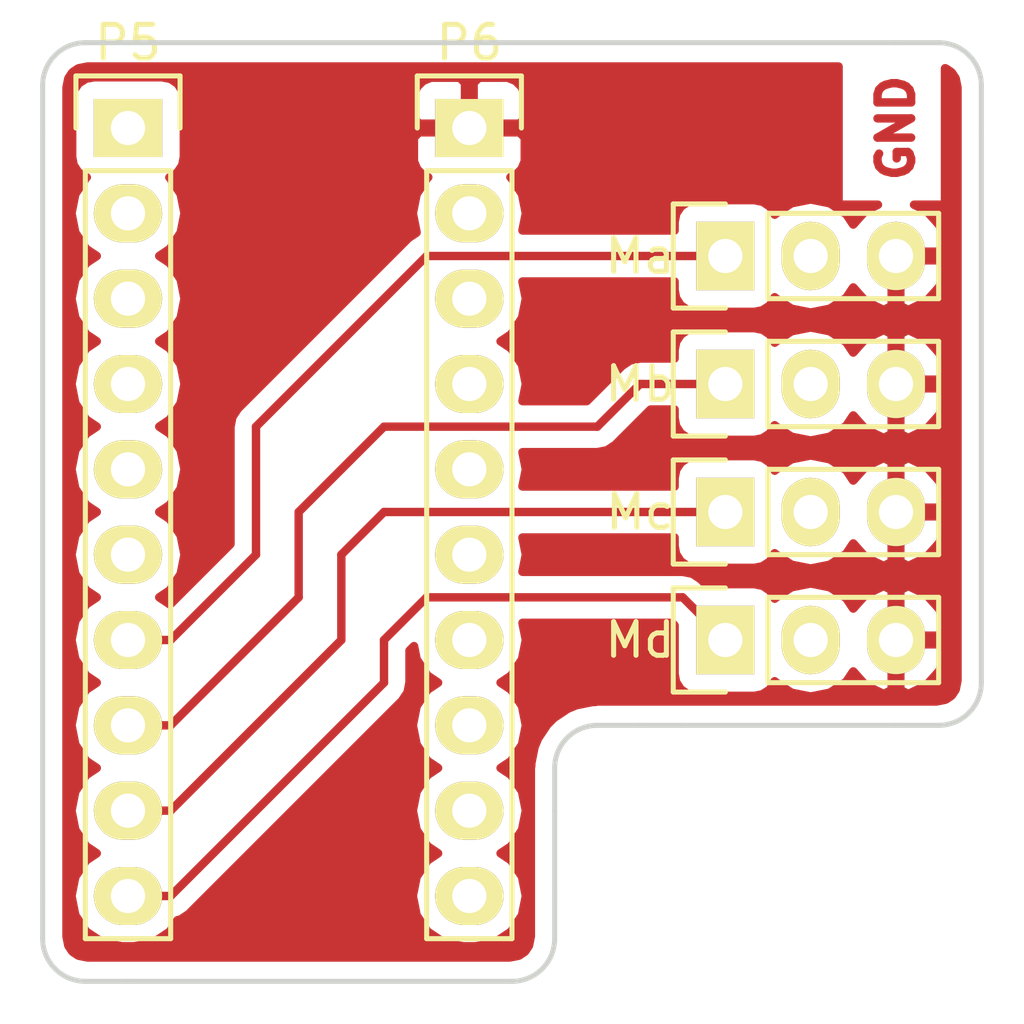
<source format=kicad_pcb>
(kicad_pcb (version 4) (host pcbnew 4.0.2-4+6225~38~ubuntu15.10.1-stable)

  (general
    (links 8)
    (no_connects 0)
    (area 119.38 83.791666 179.098334 118.110001)
    (thickness 1.6)
    (drawings 31)
    (tracks 23)
    (zones 0)
    (modules 6)
    (nets 25)
  )

  (page A4)
  (layers
    (0 F.Cu signal)
    (31 B.Cu signal hide)
    (32 B.Adhes user hide)
    (33 F.Adhes user hide)
    (34 B.Paste user hide)
    (35 F.Paste user hide)
    (36 B.SilkS user hide)
    (37 F.SilkS user hide)
    (38 B.Mask user)
    (39 F.Mask user)
    (40 Dwgs.User user hide)
    (41 Cmts.User user hide)
    (42 Eco1.User user hide)
    (43 Eco2.User user hide)
    (44 Edge.Cuts user)
    (45 Margin user hide)
    (46 B.CrtYd user hide)
    (47 F.CrtYd user hide)
    (48 B.Fab user hide)
    (49 F.Fab user hide)
  )

  (setup
    (last_trace_width 0.25)
    (trace_clearance 0.2)
    (zone_clearance 0.508)
    (zone_45_only no)
    (trace_min 0.2)
    (segment_width 0.2)
    (edge_width 0.15)
    (via_size 0.6)
    (via_drill 0.4)
    (via_min_size 0.4)
    (via_min_drill 0.3)
    (uvia_size 0.3)
    (uvia_drill 0.1)
    (uvias_allowed no)
    (uvia_min_size 0.2)
    (uvia_min_drill 0.1)
    (pcb_text_width 0.3)
    (pcb_text_size 1.5 1.5)
    (mod_edge_width 0.15)
    (mod_text_size 1 1)
    (mod_text_width 0.15)
    (pad_size 1.524 1.524)
    (pad_drill 0.762)
    (pad_to_mask_clearance -0.2)
    (aux_axis_origin 0 0)
    (visible_elements FFFFFF7F)
    (pcbplotparams
      (layerselection 0x01080_00000001)
      (usegerberextensions false)
      (excludeedgelayer true)
      (linewidth 0.100000)
      (plotframeref false)
      (viasonmask false)
      (mode 1)
      (useauxorigin false)
      (hpglpennumber 1)
      (hpglpenspeed 20)
      (hpglpendiameter 15)
      (hpglpenoverlay 2)
      (psnegative false)
      (psa4output false)
      (plotreference true)
      (plotvalue true)
      (plotinvisibletext false)
      (padsonsilk false)
      (subtractmaskfromsilk false)
      (outputformat 1)
      (mirror false)
      (drillshape 0)
      (scaleselection 1)
      (outputdirectory Gerbers/))
  )

  (net 0 "")
  (net 1 "Net-(P1-Pad1)")
  (net 2 "Net-(P1-Pad2)")
  (net 3 "Net-(P2-Pad2)")
  (net 4 "Net-(P3-Pad2)")
  (net 5 "Net-(P4-Pad2)")
  (net 6 "Net-(P5-Pad1)")
  (net 7 "Net-(P5-Pad2)")
  (net 8 "Net-(P5-Pad3)")
  (net 9 "Net-(P5-Pad4)")
  (net 10 "Net-(P5-Pad5)")
  (net 11 "Net-(P5-Pad6)")
  (net 12 "Net-(P6-Pad2)")
  (net 13 "Net-(P6-Pad3)")
  (net 14 "Net-(P6-Pad4)")
  (net 15 "Net-(P6-Pad5)")
  (net 16 "Net-(P6-Pad6)")
  (net 17 "Net-(P6-Pad7)")
  (net 18 "Net-(P6-Pad8)")
  (net 19 "Net-(P6-Pad9)")
  (net 20 "Net-(P6-Pad10)")
  (net 21 GND)
  (net 22 "Net-(P2-Pad1)")
  (net 23 "Net-(P3-Pad1)")
  (net 24 "Net-(P4-Pad1)")

  (net_class Default "This is the default net class."
    (clearance 0.2)
    (trace_width 0.25)
    (via_dia 0.6)
    (via_drill 0.4)
    (uvia_dia 0.3)
    (uvia_drill 0.1)
    (add_net GND)
    (add_net "Net-(P1-Pad1)")
    (add_net "Net-(P1-Pad2)")
    (add_net "Net-(P2-Pad1)")
    (add_net "Net-(P2-Pad2)")
    (add_net "Net-(P3-Pad1)")
    (add_net "Net-(P3-Pad2)")
    (add_net "Net-(P4-Pad1)")
    (add_net "Net-(P4-Pad2)")
    (add_net "Net-(P5-Pad1)")
    (add_net "Net-(P5-Pad2)")
    (add_net "Net-(P5-Pad3)")
    (add_net "Net-(P5-Pad4)")
    (add_net "Net-(P5-Pad5)")
    (add_net "Net-(P5-Pad6)")
    (add_net "Net-(P6-Pad10)")
    (add_net "Net-(P6-Pad2)")
    (add_net "Net-(P6-Pad3)")
    (add_net "Net-(P6-Pad4)")
    (add_net "Net-(P6-Pad5)")
    (add_net "Net-(P6-Pad6)")
    (add_net "Net-(P6-Pad7)")
    (add_net "Net-(P6-Pad8)")
    (add_net "Net-(P6-Pad9)")
  )

  (module Socket_Strips:Socket_Strip_Straight_1x03 (layer F.Cu) (tedit 56C77842) (tstamp 56C7638E)
    (at 140.97 95.25)
    (descr "Through hole socket strip")
    (tags "socket strip")
    (path /56C7653D)
    (fp_text reference Ma (at -2.54 0) (layer F.SilkS)
      (effects (font (size 1 1) (thickness 0.15)))
    )
    (fp_text value CONN_01X03 (at 33.02 -10.16) (layer F.Fab)
      (effects (font (size 1 1) (thickness 0.15)))
    )
    (fp_line (start 0 -1.55) (end -1.55 -1.55) (layer F.SilkS) (width 0.15))
    (fp_line (start -1.55 -1.55) (end -1.55 1.55) (layer F.SilkS) (width 0.15))
    (fp_line (start -1.55 1.55) (end 0 1.55) (layer F.SilkS) (width 0.15))
    (fp_line (start -1.75 -1.75) (end -1.75 1.75) (layer F.CrtYd) (width 0.05))
    (fp_line (start 6.85 -1.75) (end 6.85 1.75) (layer F.CrtYd) (width 0.05))
    (fp_line (start -1.75 -1.75) (end 6.85 -1.75) (layer F.CrtYd) (width 0.05))
    (fp_line (start -1.75 1.75) (end 6.85 1.75) (layer F.CrtYd) (width 0.05))
    (fp_line (start 1.27 -1.27) (end 6.35 -1.27) (layer F.SilkS) (width 0.15))
    (fp_line (start 6.35 -1.27) (end 6.35 1.27) (layer F.SilkS) (width 0.15))
    (fp_line (start 6.35 1.27) (end 1.27 1.27) (layer F.SilkS) (width 0.15))
    (fp_line (start 1.27 1.27) (end 1.27 -1.27) (layer F.SilkS) (width 0.15))
    (pad 1 thru_hole rect (at 0 0) (size 1.7272 2.032) (drill 1.016) (layers *.Cu *.Mask F.SilkS)
      (net 1 "Net-(P1-Pad1)"))
    (pad 2 thru_hole oval (at 2.54 0) (size 1.7272 2.032) (drill 1.016) (layers *.Cu *.Mask F.SilkS)
      (net 2 "Net-(P1-Pad2)"))
    (pad 3 thru_hole oval (at 5.08 0) (size 1.7272 2.032) (drill 1.016) (layers *.Cu *.Mask F.SilkS)
      (net 21 GND))
    (model Socket_Strips.3dshapes/Socket_Strip_Straight_1x03.wrl
      (at (xyz 0.1 0 0))
      (scale (xyz 1 1 1))
      (rotate (xyz 0 0 180))
    )
  )

  (module Socket_Strips:Socket_Strip_Straight_1x03 (layer F.Cu) (tedit 56C77848) (tstamp 56C76395)
    (at 140.97 99.06)
    (descr "Through hole socket strip")
    (tags "socket strip")
    (path /56C764FA)
    (fp_text reference Mb (at -2.54 0) (layer F.SilkS)
      (effects (font (size 1 1) (thickness 0.15)))
    )
    (fp_text value CONN_01X03 (at 33.02 -12.7) (layer F.Fab)
      (effects (font (size 1 1) (thickness 0.15)))
    )
    (fp_line (start 0 -1.55) (end -1.55 -1.55) (layer F.SilkS) (width 0.15))
    (fp_line (start -1.55 -1.55) (end -1.55 1.55) (layer F.SilkS) (width 0.15))
    (fp_line (start -1.55 1.55) (end 0 1.55) (layer F.SilkS) (width 0.15))
    (fp_line (start -1.75 -1.75) (end -1.75 1.75) (layer F.CrtYd) (width 0.05))
    (fp_line (start 6.85 -1.75) (end 6.85 1.75) (layer F.CrtYd) (width 0.05))
    (fp_line (start -1.75 -1.75) (end 6.85 -1.75) (layer F.CrtYd) (width 0.05))
    (fp_line (start -1.75 1.75) (end 6.85 1.75) (layer F.CrtYd) (width 0.05))
    (fp_line (start 1.27 -1.27) (end 6.35 -1.27) (layer F.SilkS) (width 0.15))
    (fp_line (start 6.35 -1.27) (end 6.35 1.27) (layer F.SilkS) (width 0.15))
    (fp_line (start 6.35 1.27) (end 1.27 1.27) (layer F.SilkS) (width 0.15))
    (fp_line (start 1.27 1.27) (end 1.27 -1.27) (layer F.SilkS) (width 0.15))
    (pad 1 thru_hole rect (at 0 0) (size 1.7272 2.032) (drill 1.016) (layers *.Cu *.Mask F.SilkS)
      (net 22 "Net-(P2-Pad1)"))
    (pad 2 thru_hole oval (at 2.54 0) (size 1.7272 2.032) (drill 1.016) (layers *.Cu *.Mask F.SilkS)
      (net 3 "Net-(P2-Pad2)"))
    (pad 3 thru_hole oval (at 5.08 0) (size 1.7272 2.032) (drill 1.016) (layers *.Cu *.Mask F.SilkS)
      (net 21 GND))
    (model Socket_Strips.3dshapes/Socket_Strip_Straight_1x03.wrl
      (at (xyz 0.1 0 0))
      (scale (xyz 1 1 1))
      (rotate (xyz 0 0 180))
    )
  )

  (module Socket_Strips:Socket_Strip_Straight_1x03 (layer F.Cu) (tedit 56C7784E) (tstamp 56C7639C)
    (at 140.97 102.87)
    (descr "Through hole socket strip")
    (tags "socket strip")
    (path /56C76388)
    (fp_text reference Mc (at -2.54 0) (layer F.SilkS)
      (effects (font (size 1 1) (thickness 0.15)))
    )
    (fp_text value CONN_01X03 (at 33.02 -15.24) (layer F.Fab)
      (effects (font (size 1 1) (thickness 0.15)))
    )
    (fp_line (start 0 -1.55) (end -1.55 -1.55) (layer F.SilkS) (width 0.15))
    (fp_line (start -1.55 -1.55) (end -1.55 1.55) (layer F.SilkS) (width 0.15))
    (fp_line (start -1.55 1.55) (end 0 1.55) (layer F.SilkS) (width 0.15))
    (fp_line (start -1.75 -1.75) (end -1.75 1.75) (layer F.CrtYd) (width 0.05))
    (fp_line (start 6.85 -1.75) (end 6.85 1.75) (layer F.CrtYd) (width 0.05))
    (fp_line (start -1.75 -1.75) (end 6.85 -1.75) (layer F.CrtYd) (width 0.05))
    (fp_line (start -1.75 1.75) (end 6.85 1.75) (layer F.CrtYd) (width 0.05))
    (fp_line (start 1.27 -1.27) (end 6.35 -1.27) (layer F.SilkS) (width 0.15))
    (fp_line (start 6.35 -1.27) (end 6.35 1.27) (layer F.SilkS) (width 0.15))
    (fp_line (start 6.35 1.27) (end 1.27 1.27) (layer F.SilkS) (width 0.15))
    (fp_line (start 1.27 1.27) (end 1.27 -1.27) (layer F.SilkS) (width 0.15))
    (pad 1 thru_hole rect (at 0 0) (size 1.7272 2.032) (drill 1.016) (layers *.Cu *.Mask F.SilkS)
      (net 23 "Net-(P3-Pad1)"))
    (pad 2 thru_hole oval (at 2.54 0) (size 1.7272 2.032) (drill 1.016) (layers *.Cu *.Mask F.SilkS)
      (net 4 "Net-(P3-Pad2)"))
    (pad 3 thru_hole oval (at 5.08 0) (size 1.7272 2.032) (drill 1.016) (layers *.Cu *.Mask F.SilkS)
      (net 21 GND))
    (model Socket_Strips.3dshapes/Socket_Strip_Straight_1x03.wrl
      (at (xyz 0.1 0 0))
      (scale (xyz 1 1 1))
      (rotate (xyz 0 0 180))
    )
  )

  (module Socket_Strips:Socket_Strip_Straight_1x03 (layer F.Cu) (tedit 56C77854) (tstamp 56C763A3)
    (at 140.97 106.68)
    (descr "Through hole socket strip")
    (tags "socket strip")
    (path /56C76475)
    (fp_text reference Md (at -2.54 0) (layer F.SilkS)
      (effects (font (size 1 1) (thickness 0.15)))
    )
    (fp_text value CONN_01X03 (at 33.02 -17.78) (layer F.Fab)
      (effects (font (size 1 1) (thickness 0.15)))
    )
    (fp_line (start 0 -1.55) (end -1.55 -1.55) (layer F.SilkS) (width 0.15))
    (fp_line (start -1.55 -1.55) (end -1.55 1.55) (layer F.SilkS) (width 0.15))
    (fp_line (start -1.55 1.55) (end 0 1.55) (layer F.SilkS) (width 0.15))
    (fp_line (start -1.75 -1.75) (end -1.75 1.75) (layer F.CrtYd) (width 0.05))
    (fp_line (start 6.85 -1.75) (end 6.85 1.75) (layer F.CrtYd) (width 0.05))
    (fp_line (start -1.75 -1.75) (end 6.85 -1.75) (layer F.CrtYd) (width 0.05))
    (fp_line (start -1.75 1.75) (end 6.85 1.75) (layer F.CrtYd) (width 0.05))
    (fp_line (start 1.27 -1.27) (end 6.35 -1.27) (layer F.SilkS) (width 0.15))
    (fp_line (start 6.35 -1.27) (end 6.35 1.27) (layer F.SilkS) (width 0.15))
    (fp_line (start 6.35 1.27) (end 1.27 1.27) (layer F.SilkS) (width 0.15))
    (fp_line (start 1.27 1.27) (end 1.27 -1.27) (layer F.SilkS) (width 0.15))
    (pad 1 thru_hole rect (at 0 0) (size 1.7272 2.032) (drill 1.016) (layers *.Cu *.Mask F.SilkS)
      (net 24 "Net-(P4-Pad1)"))
    (pad 2 thru_hole oval (at 2.54 0) (size 1.7272 2.032) (drill 1.016) (layers *.Cu *.Mask F.SilkS)
      (net 5 "Net-(P4-Pad2)"))
    (pad 3 thru_hole oval (at 5.08 0) (size 1.7272 2.032) (drill 1.016) (layers *.Cu *.Mask F.SilkS)
      (net 21 GND))
    (model Socket_Strips.3dshapes/Socket_Strip_Straight_1x03.wrl
      (at (xyz 0.1 0 0))
      (scale (xyz 1 1 1))
      (rotate (xyz 0 0 180))
    )
  )

  (module Socket_Strips:Socket_Strip_Straight_1x10 (layer F.Cu) (tedit 56C77800) (tstamp 56C763B1)
    (at 123.19 91.44 270)
    (descr "Through hole socket strip")
    (tags "socket strip")
    (path /56C75F10)
    (fp_text reference P5 (at -2.54 0 360) (layer F.SilkS)
      (effects (font (size 1 1) (thickness 0.15)))
    )
    (fp_text value CONN_01X10 (at -2.54 -45.72 270) (layer F.Fab)
      (effects (font (size 1 1) (thickness 0.15)))
    )
    (fp_line (start -1.75 -1.75) (end -1.75 1.75) (layer F.CrtYd) (width 0.05))
    (fp_line (start 24.65 -1.75) (end 24.65 1.75) (layer F.CrtYd) (width 0.05))
    (fp_line (start -1.75 -1.75) (end 24.65 -1.75) (layer F.CrtYd) (width 0.05))
    (fp_line (start -1.75 1.75) (end 24.65 1.75) (layer F.CrtYd) (width 0.05))
    (fp_line (start 1.27 1.27) (end 24.13 1.27) (layer F.SilkS) (width 0.15))
    (fp_line (start 24.13 1.27) (end 24.13 -1.27) (layer F.SilkS) (width 0.15))
    (fp_line (start 24.13 -1.27) (end 1.27 -1.27) (layer F.SilkS) (width 0.15))
    (fp_line (start -1.55 1.55) (end 0 1.55) (layer F.SilkS) (width 0.15))
    (fp_line (start 1.27 1.27) (end 1.27 -1.27) (layer F.SilkS) (width 0.15))
    (fp_line (start 0 -1.55) (end -1.55 -1.55) (layer F.SilkS) (width 0.15))
    (fp_line (start -1.55 -1.55) (end -1.55 1.55) (layer F.SilkS) (width 0.15))
    (pad 1 thru_hole rect (at 0 0 270) (size 1.7272 2.032) (drill 1.016) (layers *.Cu *.Mask F.SilkS)
      (net 6 "Net-(P5-Pad1)"))
    (pad 2 thru_hole oval (at 2.54 0 270) (size 1.7272 2.032) (drill 1.016) (layers *.Cu *.Mask F.SilkS)
      (net 7 "Net-(P5-Pad2)"))
    (pad 3 thru_hole oval (at 5.08 0 270) (size 1.7272 2.032) (drill 1.016) (layers *.Cu *.Mask F.SilkS)
      (net 8 "Net-(P5-Pad3)"))
    (pad 4 thru_hole oval (at 7.62 0 270) (size 1.7272 2.032) (drill 1.016) (layers *.Cu *.Mask F.SilkS)
      (net 9 "Net-(P5-Pad4)"))
    (pad 5 thru_hole oval (at 10.16 0 270) (size 1.7272 2.032) (drill 1.016) (layers *.Cu *.Mask F.SilkS)
      (net 10 "Net-(P5-Pad5)"))
    (pad 6 thru_hole oval (at 12.7 0 270) (size 1.7272 2.032) (drill 1.016) (layers *.Cu *.Mask F.SilkS)
      (net 11 "Net-(P5-Pad6)"))
    (pad 7 thru_hole oval (at 15.24 0 270) (size 1.7272 2.032) (drill 1.016) (layers *.Cu *.Mask F.SilkS)
      (net 1 "Net-(P1-Pad1)"))
    (pad 8 thru_hole oval (at 17.78 0 270) (size 1.7272 2.032) (drill 1.016) (layers *.Cu *.Mask F.SilkS)
      (net 22 "Net-(P2-Pad1)"))
    (pad 9 thru_hole oval (at 20.32 0 270) (size 1.7272 2.032) (drill 1.016) (layers *.Cu *.Mask F.SilkS)
      (net 23 "Net-(P3-Pad1)"))
    (pad 10 thru_hole oval (at 22.86 0 270) (size 1.7272 2.032) (drill 1.016) (layers *.Cu *.Mask F.SilkS)
      (net 24 "Net-(P4-Pad1)"))
    (model Socket_Strips.3dshapes/Socket_Strip_Straight_1x10.wrl
      (at (xyz 0.45 0 0))
      (scale (xyz 1 1 1))
      (rotate (xyz 0 0 180))
    )
  )

  (module Socket_Strips:Socket_Strip_Straight_1x10 (layer F.Cu) (tedit 56C77806) (tstamp 56C763BF)
    (at 133.35 91.44 270)
    (descr "Through hole socket strip")
    (tags "socket strip")
    (path /56C760B7)
    (fp_text reference P6 (at -2.54 0 360) (layer F.SilkS)
      (effects (font (size 1 1) (thickness 0.15)))
    )
    (fp_text value CONN_01X10 (at -2.54 -33.02 270) (layer F.Fab)
      (effects (font (size 1 1) (thickness 0.15)))
    )
    (fp_line (start -1.75 -1.75) (end -1.75 1.75) (layer F.CrtYd) (width 0.05))
    (fp_line (start 24.65 -1.75) (end 24.65 1.75) (layer F.CrtYd) (width 0.05))
    (fp_line (start -1.75 -1.75) (end 24.65 -1.75) (layer F.CrtYd) (width 0.05))
    (fp_line (start -1.75 1.75) (end 24.65 1.75) (layer F.CrtYd) (width 0.05))
    (fp_line (start 1.27 1.27) (end 24.13 1.27) (layer F.SilkS) (width 0.15))
    (fp_line (start 24.13 1.27) (end 24.13 -1.27) (layer F.SilkS) (width 0.15))
    (fp_line (start 24.13 -1.27) (end 1.27 -1.27) (layer F.SilkS) (width 0.15))
    (fp_line (start -1.55 1.55) (end 0 1.55) (layer F.SilkS) (width 0.15))
    (fp_line (start 1.27 1.27) (end 1.27 -1.27) (layer F.SilkS) (width 0.15))
    (fp_line (start 0 -1.55) (end -1.55 -1.55) (layer F.SilkS) (width 0.15))
    (fp_line (start -1.55 -1.55) (end -1.55 1.55) (layer F.SilkS) (width 0.15))
    (pad 1 thru_hole rect (at 0 0 270) (size 1.7272 2.032) (drill 1.016) (layers *.Cu *.Mask F.SilkS)
      (net 21 GND))
    (pad 2 thru_hole oval (at 2.54 0 270) (size 1.7272 2.032) (drill 1.016) (layers *.Cu *.Mask F.SilkS)
      (net 12 "Net-(P6-Pad2)"))
    (pad 3 thru_hole oval (at 5.08 0 270) (size 1.7272 2.032) (drill 1.016) (layers *.Cu *.Mask F.SilkS)
      (net 13 "Net-(P6-Pad3)"))
    (pad 4 thru_hole oval (at 7.62 0 270) (size 1.7272 2.032) (drill 1.016) (layers *.Cu *.Mask F.SilkS)
      (net 14 "Net-(P6-Pad4)"))
    (pad 5 thru_hole oval (at 10.16 0 270) (size 1.7272 2.032) (drill 1.016) (layers *.Cu *.Mask F.SilkS)
      (net 15 "Net-(P6-Pad5)"))
    (pad 6 thru_hole oval (at 12.7 0 270) (size 1.7272 2.032) (drill 1.016) (layers *.Cu *.Mask F.SilkS)
      (net 16 "Net-(P6-Pad6)"))
    (pad 7 thru_hole oval (at 15.24 0 270) (size 1.7272 2.032) (drill 1.016) (layers *.Cu *.Mask F.SilkS)
      (net 17 "Net-(P6-Pad7)"))
    (pad 8 thru_hole oval (at 17.78 0 270) (size 1.7272 2.032) (drill 1.016) (layers *.Cu *.Mask F.SilkS)
      (net 18 "Net-(P6-Pad8)"))
    (pad 9 thru_hole oval (at 20.32 0 270) (size 1.7272 2.032) (drill 1.016) (layers *.Cu *.Mask F.SilkS)
      (net 19 "Net-(P6-Pad9)"))
    (pad 10 thru_hole oval (at 22.86 0 270) (size 1.7272 2.032) (drill 1.016) (layers *.Cu *.Mask F.SilkS)
      (net 20 "Net-(P6-Pad10)"))
    (model Socket_Strips.3dshapes/Socket_Strip_Straight_1x10.wrl
      (at (xyz 0.45 0 0))
      (scale (xyz 1 1 1))
      (rotate (xyz 0 0 180))
    )
  )

  (gr_line (start 137.16 109.22) (end 138.43 109.22) (angle 90) (layer Edge.Cuts) (width 0.15))
  (gr_text GND (at 146.05 91.44 90) (layer F.Cu)
    (effects (font (size 1 1) (thickness 0.25)))
  )
  (gr_line (start 121.92 88.9) (end 123.19 88.9) (angle 90) (layer Edge.Cuts) (width 0.15))
  (gr_line (start 120.65 91.44) (end 120.65 90.17) (angle 90) (layer Edge.Cuts) (width 0.15))
  (gr_line (start 120.65 115.57) (end 120.65 114.3) (angle 90) (layer Edge.Cuts) (width 0.15))
  (gr_line (start 123.19 116.84) (end 121.92 116.84) (angle 90) (layer Edge.Cuts) (width 0.15))
  (gr_line (start 135.89 114.3) (end 135.89 115.57) (angle 90) (layer Edge.Cuts) (width 0.15))
  (gr_line (start 135.89 110.49) (end 135.89 111.76) (angle 90) (layer Edge.Cuts) (width 0.15))
  (gr_line (start 139.7 109.22) (end 138.43 109.22) (angle 90) (layer Edge.Cuts) (width 0.15))
  (gr_line (start 147.32 109.22) (end 146.05 109.22) (angle 90) (layer Edge.Cuts) (width 0.15))
  (gr_line (start 148.59 106.68) (end 148.59 107.95) (angle 90) (layer Edge.Cuts) (width 0.15))
  (gr_line (start 148.59 90.17) (end 148.59 91.44) (angle 90) (layer Edge.Cuts) (width 0.15))
  (gr_line (start 147.32 88.9) (end 146.05 88.9) (angle 90) (layer Edge.Cuts) (width 0.15))
  (gr_arc (start 147.32 107.95) (end 148.59 107.95) (angle 90) (layer Edge.Cuts) (width 0.15))
  (gr_arc (start 137.16 110.49) (end 135.89 110.49) (angle 90) (layer Edge.Cuts) (width 0.15))
  (gr_arc (start 134.62 115.57) (end 135.89 115.57) (angle 90) (layer Edge.Cuts) (width 0.15))
  (gr_arc (start 121.92 115.57) (end 121.92 116.84) (angle 90) (layer Edge.Cuts) (width 0.15))
  (gr_arc (start 121.92 90.17) (end 120.65 90.17) (angle 90) (layer Edge.Cuts) (width 0.15))
  (gr_arc (start 147.32 90.17) (end 147.32 88.9) (angle 90) (layer Edge.Cuts) (width 0.15))
  (gr_line (start 123.19 88.9) (end 146.05 88.9) (angle 90) (layer Edge.Cuts) (width 0.15))
  (gr_line (start 120.65 114.3) (end 120.65 91.44) (angle 90) (layer Edge.Cuts) (width 0.15))
  (gr_line (start 134.62 116.84) (end 123.19 116.84) (angle 90) (layer Edge.Cuts) (width 0.15))
  (gr_line (start 135.89 111.76) (end 135.89 114.3) (angle 90) (layer Edge.Cuts) (width 0.15))
  (gr_line (start 146.05 109.22) (end 139.7 109.22) (angle 90) (layer Edge.Cuts) (width 0.15))
  (gr_line (start 148.59 91.44) (end 148.59 106.68) (angle 90) (layer Edge.Cuts) (width 0.15))
  (gr_line (start 137.16 116.84) (end 120.65 116.84) (angle 90) (layer Eco1.User) (width 0.2))
  (gr_line (start 137.16 109.22) (end 137.16 116.84) (angle 90) (layer Eco1.User) (width 0.2))
  (gr_line (start 148.59 109.22) (end 137.16 109.22) (angle 90) (layer Eco1.User) (width 0.2))
  (gr_line (start 148.59 88.9) (end 148.59 109.22) (angle 90) (layer Eco1.User) (width 0.2))
  (gr_line (start 120.65 88.9) (end 148.59 88.9) (angle 90) (layer Eco1.User) (width 0.2))
  (gr_line (start 120.65 116.84) (end 120.65 88.9) (angle 90) (layer Eco1.User) (width 0.2))

  (segment (start 123.19 106.68) (end 124.46 106.68) (width 0.25) (layer F.Cu) (net 1))
  (segment (start 132.08 95.25) (end 140.97 95.25) (width 0.25) (layer F.Cu) (net 1) (tstamp 56C779F9))
  (segment (start 127 100.33) (end 132.08 95.25) (width 0.25) (layer F.Cu) (net 1) (tstamp 56C779F7))
  (segment (start 127 104.14) (end 127 100.33) (width 0.25) (layer F.Cu) (net 1) (tstamp 56C779F3))
  (segment (start 124.46 106.68) (end 127 104.14) (width 0.25) (layer F.Cu) (net 1) (tstamp 56C779E9))
  (segment (start 130.81 100.33) (end 137.16 100.33) (width 0.25) (layer F.Cu) (net 22))
  (segment (start 124.46 109.22) (end 128.27 105.41) (width 0.25) (layer F.Cu) (net 22) (tstamp 56C779FF))
  (segment (start 128.27 105.41) (end 128.27 102.87) (width 0.25) (layer F.Cu) (net 22) (tstamp 56C77A04))
  (segment (start 128.27 102.87) (end 130.81 100.33) (width 0.25) (layer F.Cu) (net 22) (tstamp 56C77A0A))
  (segment (start 123.19 109.22) (end 124.46 109.22) (width 0.25) (layer F.Cu) (net 22))
  (segment (start 138.43 99.06) (end 140.97 99.06) (width 0.25) (layer F.Cu) (net 22) (tstamp 56C77A0F))
  (segment (start 137.16 100.33) (end 138.43 99.06) (width 0.25) (layer F.Cu) (net 22) (tstamp 56C77A0E))
  (segment (start 123.19 111.76) (end 124.46 111.76) (width 0.25) (layer F.Cu) (net 23))
  (segment (start 130.81 102.87) (end 140.97 102.87) (width 0.25) (layer F.Cu) (net 23) (tstamp 56C77A1D))
  (segment (start 129.54 104.14) (end 130.81 102.87) (width 0.25) (layer F.Cu) (net 23) (tstamp 56C77A1B))
  (segment (start 129.54 106.68) (end 129.54 104.14) (width 0.25) (layer F.Cu) (net 23) (tstamp 56C77A16))
  (segment (start 124.46 111.76) (end 129.54 106.68) (width 0.25) (layer F.Cu) (net 23) (tstamp 56C77A13))
  (segment (start 123.19 114.3) (end 124.46 114.3) (width 0.25) (layer F.Cu) (net 24))
  (segment (start 139.7 105.41) (end 140.97 106.68) (width 0.25) (layer F.Cu) (net 24) (tstamp 56C77A2C))
  (segment (start 132.08 105.41) (end 139.7 105.41) (width 0.25) (layer F.Cu) (net 24) (tstamp 56C77A2A))
  (segment (start 130.81 106.68) (end 132.08 105.41) (width 0.25) (layer F.Cu) (net 24) (tstamp 56C77A28))
  (segment (start 130.81 107.95) (end 130.81 106.68) (width 0.25) (layer F.Cu) (net 24) (tstamp 56C77A26))
  (segment (start 124.46 114.3) (end 130.81 107.95) (width 0.25) (layer F.Cu) (net 24) (tstamp 56C77A21))

  (zone (net 21) (net_name GND) (layer F.Cu) (tstamp 56C7790A) (hatch edge 0.508)
    (connect_pads (clearance 0.508))
    (min_thickness 0.254)
    (fill yes (arc_segments 16) (thermal_gap 0.508) (thermal_bridge_width 0.508))
    (polygon
      (pts
        (xy 119.38 87.63) (xy 119.38 118.11) (xy 149.86 118.11) (xy 149.86 87.63)
      )
    )
    (filled_polygon
      (pts
        (xy 144.34 93.723809) (xy 145.512209 93.723809) (xy 145.147964 93.899268) (xy 144.776461 94.315069) (xy 144.56967 94.005585)
        (xy 144.083489 93.680729) (xy 143.51 93.566655) (xy 142.936511 93.680729) (xy 142.45033 94.005585) (xy 142.440757 94.019913)
        (xy 142.436762 93.998683) (xy 142.29769 93.782559) (xy 142.08549 93.637569) (xy 141.8336 93.58656) (xy 140.1064 93.58656)
        (xy 139.871083 93.630838) (xy 139.654959 93.76991) (xy 139.509969 93.98211) (xy 139.45896 94.234) (xy 139.45896 94.49)
        (xy 134.9319 94.49) (xy 135.033345 93.98) (xy 134.919271 93.406511) (xy 134.594415 92.92033) (xy 134.57222 92.9055)
        (xy 134.725699 92.841927) (xy 134.904327 92.663298) (xy 135.001 92.429909) (xy 135.001 91.72575) (xy 134.84225 91.567)
        (xy 133.477 91.567) (xy 133.477 91.587) (xy 133.223 91.587) (xy 133.223 91.567) (xy 131.85775 91.567)
        (xy 131.699 91.72575) (xy 131.699 92.429909) (xy 131.795673 92.663298) (xy 131.974301 92.841927) (xy 132.12778 92.9055)
        (xy 132.105585 92.92033) (xy 131.780729 93.406511) (xy 131.666655 93.98) (xy 131.780728 94.553486) (xy 131.542599 94.712599)
        (xy 126.462599 99.792599) (xy 126.297852 100.039161) (xy 126.24 100.33) (xy 126.24 103.825198) (xy 124.438602 105.626596)
        (xy 124.434415 105.62033) (xy 124.119634 105.41) (xy 124.434415 105.19967) (xy 124.759271 104.713489) (xy 124.873345 104.14)
        (xy 124.759271 103.566511) (xy 124.434415 103.08033) (xy 124.119634 102.87) (xy 124.434415 102.65967) (xy 124.759271 102.173489)
        (xy 124.873345 101.6) (xy 124.759271 101.026511) (xy 124.434415 100.54033) (xy 124.119634 100.33) (xy 124.434415 100.11967)
        (xy 124.759271 99.633489) (xy 124.873345 99.06) (xy 124.759271 98.486511) (xy 124.434415 98.00033) (xy 124.119634 97.79)
        (xy 124.434415 97.57967) (xy 124.759271 97.093489) (xy 124.873345 96.52) (xy 124.759271 95.946511) (xy 124.434415 95.46033)
        (xy 124.119634 95.25) (xy 124.434415 95.03967) (xy 124.759271 94.553489) (xy 124.873345 93.98) (xy 124.759271 93.406511)
        (xy 124.434415 92.92033) (xy 124.420087 92.910757) (xy 124.441317 92.906762) (xy 124.657441 92.76769) (xy 124.802431 92.55549)
        (xy 124.85344 92.3036) (xy 124.85344 90.5764) (xy 124.829674 90.450091) (xy 131.699 90.450091) (xy 131.699 91.15425)
        (xy 131.85775 91.313) (xy 133.223 91.313) (xy 133.223 90.10015) (xy 133.477 90.10015) (xy 133.477 91.313)
        (xy 134.84225 91.313) (xy 135.001 91.15425) (xy 135.001 90.450091) (xy 134.904327 90.216702) (xy 134.725699 90.038073)
        (xy 134.49231 89.9414) (xy 133.63575 89.9414) (xy 133.477 90.10015) (xy 133.223 90.10015) (xy 133.06425 89.9414)
        (xy 132.20769 89.9414) (xy 131.974301 90.038073) (xy 131.795673 90.216702) (xy 131.699 90.450091) (xy 124.829674 90.450091)
        (xy 124.809162 90.341083) (xy 124.67009 90.124959) (xy 124.45789 89.979969) (xy 124.206 89.92896) (xy 122.174 89.92896)
        (xy 121.938683 89.973238) (xy 121.722559 90.11231) (xy 121.577569 90.32451) (xy 121.52656 90.5764) (xy 121.52656 92.3036)
        (xy 121.570838 92.538917) (xy 121.70991 92.755041) (xy 121.92211 92.900031) (xy 121.963439 92.9084) (xy 121.945585 92.92033)
        (xy 121.620729 93.406511) (xy 121.506655 93.98) (xy 121.620729 94.553489) (xy 121.945585 95.03967) (xy 122.260366 95.25)
        (xy 121.945585 95.46033) (xy 121.620729 95.946511) (xy 121.506655 96.52) (xy 121.620729 97.093489) (xy 121.945585 97.57967)
        (xy 122.260366 97.79) (xy 121.945585 98.00033) (xy 121.620729 98.486511) (xy 121.506655 99.06) (xy 121.620729 99.633489)
        (xy 121.945585 100.11967) (xy 122.260366 100.33) (xy 121.945585 100.54033) (xy 121.620729 101.026511) (xy 121.506655 101.6)
        (xy 121.620729 102.173489) (xy 121.945585 102.65967) (xy 122.260366 102.87) (xy 121.945585 103.08033) (xy 121.620729 103.566511)
        (xy 121.506655 104.14) (xy 121.620729 104.713489) (xy 121.945585 105.19967) (xy 122.260366 105.41) (xy 121.945585 105.62033)
        (xy 121.620729 106.106511) (xy 121.506655 106.68) (xy 121.620729 107.253489) (xy 121.945585 107.73967) (xy 122.260366 107.95)
        (xy 121.945585 108.16033) (xy 121.620729 108.646511) (xy 121.506655 109.22) (xy 121.620729 109.793489) (xy 121.945585 110.27967)
        (xy 122.260366 110.49) (xy 121.945585 110.70033) (xy 121.620729 111.186511) (xy 121.506655 111.76) (xy 121.620729 112.333489)
        (xy 121.945585 112.81967) (xy 122.260366 113.03) (xy 121.945585 113.24033) (xy 121.620729 113.726511) (xy 121.506655 114.3)
        (xy 121.620729 114.873489) (xy 121.945585 115.35967) (xy 122.431766 115.684526) (xy 123.005255 115.7986) (xy 123.374745 115.7986)
        (xy 123.948234 115.684526) (xy 124.434415 115.35967) (xy 124.661419 115.019935) (xy 124.750839 115.002148) (xy 124.997401 114.837401)
        (xy 131.347401 108.487401) (xy 131.512148 108.240839) (xy 131.57 107.95) (xy 131.57 106.994802) (xy 131.702848 106.861954)
        (xy 131.780729 107.253489) (xy 132.105585 107.73967) (xy 132.420366 107.95) (xy 132.105585 108.16033) (xy 131.780729 108.646511)
        (xy 131.666655 109.22) (xy 131.780729 109.793489) (xy 132.105585 110.27967) (xy 132.420366 110.49) (xy 132.105585 110.70033)
        (xy 131.780729 111.186511) (xy 131.666655 111.76) (xy 131.780729 112.333489) (xy 132.105585 112.81967) (xy 132.420366 113.03)
        (xy 132.105585 113.24033) (xy 131.780729 113.726511) (xy 131.666655 114.3) (xy 131.780729 114.873489) (xy 132.105585 115.35967)
        (xy 132.591766 115.684526) (xy 133.165255 115.7986) (xy 133.534745 115.7986) (xy 134.108234 115.684526) (xy 134.594415 115.35967)
        (xy 134.919271 114.873489) (xy 135.033345 114.3) (xy 134.919271 113.726511) (xy 134.594415 113.24033) (xy 134.279634 113.03)
        (xy 134.594415 112.81967) (xy 134.919271 112.333489) (xy 135.033345 111.76) (xy 134.919271 111.186511) (xy 134.594415 110.70033)
        (xy 134.279634 110.49) (xy 134.594415 110.27967) (xy 134.919271 109.793489) (xy 135.033345 109.22) (xy 134.919271 108.646511)
        (xy 134.594415 108.16033) (xy 134.279634 107.95) (xy 134.594415 107.73967) (xy 134.919271 107.253489) (xy 135.033345 106.68)
        (xy 134.9319 106.17) (xy 139.385198 106.17) (xy 139.45896 106.243762) (xy 139.45896 107.696) (xy 139.503238 107.931317)
        (xy 139.64231 108.147441) (xy 139.85451 108.292431) (xy 140.1064 108.34344) (xy 141.8336 108.34344) (xy 142.068917 108.299162)
        (xy 142.285041 108.16009) (xy 142.430031 107.94789) (xy 142.4384 107.906561) (xy 142.45033 107.924415) (xy 142.936511 108.249271)
        (xy 143.51 108.363345) (xy 144.083489 108.249271) (xy 144.56967 107.924415) (xy 144.776461 107.614931) (xy 145.147964 108.030732)
        (xy 145.675209 108.284709) (xy 145.690974 108.287358) (xy 145.923 108.166217) (xy 145.923 106.807) (xy 146.177 106.807)
        (xy 146.177 108.166217) (xy 146.409026 108.287358) (xy 146.424791 108.284709) (xy 146.952036 108.030732) (xy 147.341954 107.59432)
        (xy 147.535184 107.041913) (xy 147.390924 106.807) (xy 146.177 106.807) (xy 145.923 106.807) (xy 145.903 106.807)
        (xy 145.903 106.553) (xy 145.923 106.553) (xy 145.923 105.193783) (xy 146.177 105.193783) (xy 146.177 106.553)
        (xy 147.390924 106.553) (xy 147.535184 106.318087) (xy 147.341954 105.76568) (xy 146.952036 105.329268) (xy 146.424791 105.075291)
        (xy 146.409026 105.072642) (xy 146.177 105.193783) (xy 145.923 105.193783) (xy 145.690974 105.072642) (xy 145.675209 105.075291)
        (xy 145.147964 105.329268) (xy 144.776461 105.745069) (xy 144.56967 105.435585) (xy 144.083489 105.110729) (xy 143.51 104.996655)
        (xy 142.936511 105.110729) (xy 142.45033 105.435585) (xy 142.440757 105.449913) (xy 142.436762 105.428683) (xy 142.29769 105.212559)
        (xy 142.08549 105.067569) (xy 141.8336 105.01656) (xy 140.381362 105.01656) (xy 140.237401 104.872599) (xy 139.990839 104.707852)
        (xy 139.7 104.65) (xy 134.9319 104.65) (xy 135.033345 104.14) (xy 134.9319 103.63) (xy 139.45896 103.63)
        (xy 139.45896 103.886) (xy 139.503238 104.121317) (xy 139.64231 104.337441) (xy 139.85451 104.482431) (xy 140.1064 104.53344)
        (xy 141.8336 104.53344) (xy 142.068917 104.489162) (xy 142.285041 104.35009) (xy 142.430031 104.13789) (xy 142.4384 104.096561)
        (xy 142.45033 104.114415) (xy 142.936511 104.439271) (xy 143.51 104.553345) (xy 144.083489 104.439271) (xy 144.56967 104.114415)
        (xy 144.776461 103.804931) (xy 145.147964 104.220732) (xy 145.675209 104.474709) (xy 145.690974 104.477358) (xy 145.923 104.356217)
        (xy 145.923 102.997) (xy 146.177 102.997) (xy 146.177 104.356217) (xy 146.409026 104.477358) (xy 146.424791 104.474709)
        (xy 146.952036 104.220732) (xy 147.341954 103.78432) (xy 147.535184 103.231913) (xy 147.390924 102.997) (xy 146.177 102.997)
        (xy 145.923 102.997) (xy 145.903 102.997) (xy 145.903 102.743) (xy 145.923 102.743) (xy 145.923 101.383783)
        (xy 146.177 101.383783) (xy 146.177 102.743) (xy 147.390924 102.743) (xy 147.535184 102.508087) (xy 147.341954 101.95568)
        (xy 146.952036 101.519268) (xy 146.424791 101.265291) (xy 146.409026 101.262642) (xy 146.177 101.383783) (xy 145.923 101.383783)
        (xy 145.690974 101.262642) (xy 145.675209 101.265291) (xy 145.147964 101.519268) (xy 144.776461 101.935069) (xy 144.56967 101.625585)
        (xy 144.083489 101.300729) (xy 143.51 101.186655) (xy 142.936511 101.300729) (xy 142.45033 101.625585) (xy 142.440757 101.639913)
        (xy 142.436762 101.618683) (xy 142.29769 101.402559) (xy 142.08549 101.257569) (xy 141.8336 101.20656) (xy 140.1064 101.20656)
        (xy 139.871083 101.250838) (xy 139.654959 101.38991) (xy 139.509969 101.60211) (xy 139.45896 101.854) (xy 139.45896 102.11)
        (xy 134.9319 102.11) (xy 135.033345 101.6) (xy 134.9319 101.09) (xy 137.16 101.09) (xy 137.450839 101.032148)
        (xy 137.697401 100.867401) (xy 138.744802 99.82) (xy 139.45896 99.82) (xy 139.45896 100.076) (xy 139.503238 100.311317)
        (xy 139.64231 100.527441) (xy 139.85451 100.672431) (xy 140.1064 100.72344) (xy 141.8336 100.72344) (xy 142.068917 100.679162)
        (xy 142.285041 100.54009) (xy 142.430031 100.32789) (xy 142.4384 100.286561) (xy 142.45033 100.304415) (xy 142.936511 100.629271)
        (xy 143.51 100.743345) (xy 144.083489 100.629271) (xy 144.56967 100.304415) (xy 144.776461 99.994931) (xy 145.147964 100.410732)
        (xy 145.675209 100.664709) (xy 145.690974 100.667358) (xy 145.923 100.546217) (xy 145.923 99.187) (xy 146.177 99.187)
        (xy 146.177 100.546217) (xy 146.409026 100.667358) (xy 146.424791 100.664709) (xy 146.952036 100.410732) (xy 147.341954 99.97432)
        (xy 147.535184 99.421913) (xy 147.390924 99.187) (xy 146.177 99.187) (xy 145.923 99.187) (xy 145.903 99.187)
        (xy 145.903 98.933) (xy 145.923 98.933) (xy 145.923 97.573783) (xy 146.177 97.573783) (xy 146.177 98.933)
        (xy 147.390924 98.933) (xy 147.535184 98.698087) (xy 147.341954 98.14568) (xy 146.952036 97.709268) (xy 146.424791 97.455291)
        (xy 146.409026 97.452642) (xy 146.177 97.573783) (xy 145.923 97.573783) (xy 145.690974 97.452642) (xy 145.675209 97.455291)
        (xy 145.147964 97.709268) (xy 144.776461 98.125069) (xy 144.56967 97.815585) (xy 144.083489 97.490729) (xy 143.51 97.376655)
        (xy 142.936511 97.490729) (xy 142.45033 97.815585) (xy 142.440757 97.829913) (xy 142.436762 97.808683) (xy 142.29769 97.592559)
        (xy 142.08549 97.447569) (xy 141.8336 97.39656) (xy 140.1064 97.39656) (xy 139.871083 97.440838) (xy 139.654959 97.57991)
        (xy 139.509969 97.79211) (xy 139.45896 98.044) (xy 139.45896 98.3) (xy 138.43 98.3) (xy 138.13916 98.357852)
        (xy 137.892599 98.522599) (xy 136.845198 99.57) (xy 134.9319 99.57) (xy 135.033345 99.06) (xy 134.919271 98.486511)
        (xy 134.594415 98.00033) (xy 134.279634 97.79) (xy 134.594415 97.57967) (xy 134.919271 97.093489) (xy 135.033345 96.52)
        (xy 134.9319 96.01) (xy 139.45896 96.01) (xy 139.45896 96.266) (xy 139.503238 96.501317) (xy 139.64231 96.717441)
        (xy 139.85451 96.862431) (xy 140.1064 96.91344) (xy 141.8336 96.91344) (xy 142.068917 96.869162) (xy 142.285041 96.73009)
        (xy 142.430031 96.51789) (xy 142.4384 96.476561) (xy 142.45033 96.494415) (xy 142.936511 96.819271) (xy 143.51 96.933345)
        (xy 144.083489 96.819271) (xy 144.56967 96.494415) (xy 144.776461 96.184931) (xy 145.147964 96.600732) (xy 145.675209 96.854709)
        (xy 145.690974 96.857358) (xy 145.923 96.736217) (xy 145.923 95.377) (xy 146.177 95.377) (xy 146.177 96.736217)
        (xy 146.409026 96.857358) (xy 146.424791 96.854709) (xy 146.952036 96.600732) (xy 147.341954 96.16432) (xy 147.535184 95.611913)
        (xy 147.390924 95.377) (xy 146.177 95.377) (xy 145.923 95.377) (xy 145.903 95.377) (xy 145.903 95.123)
        (xy 145.923 95.123) (xy 145.923 95.103) (xy 146.177 95.103) (xy 146.177 95.123) (xy 147.390924 95.123)
        (xy 147.535184 94.888087) (xy 147.341954 94.33568) (xy 146.952036 93.899268) (xy 146.587791 93.723809) (xy 147.51 93.723809)
        (xy 147.51 89.661703) (xy 147.528979 89.665478) (xy 147.706145 89.783856) (xy 147.824521 89.961019) (xy 147.88 90.239931)
        (xy 147.88 107.880069) (xy 147.824521 108.158981) (xy 147.706145 108.336144) (xy 147.528979 108.454522) (xy 147.25007 108.51)
        (xy 137.16 108.51) (xy 137.091413 108.523643) (xy 137.021485 108.523643) (xy 136.535478 108.620315) (xy 136.439671 108.66)
        (xy 136.279537 108.726329) (xy 135.86752 109.00163) (xy 135.67163 109.19752) (xy 135.396329 109.609538) (xy 135.35425 109.711128)
        (xy 135.290315 109.865478) (xy 135.193642 110.351486) (xy 135.193642 110.421416) (xy 135.18 110.49) (xy 135.18 115.500069)
        (xy 135.124521 115.778981) (xy 135.006145 115.956144) (xy 134.828979 116.074522) (xy 134.55007 116.13) (xy 121.989931 116.13)
        (xy 121.711019 116.074521) (xy 121.533856 115.956145) (xy 121.415478 115.778979) (xy 121.36 115.50007) (xy 121.36 90.23993)
        (xy 121.415478 89.961021) (xy 121.533856 89.783855) (xy 121.711019 89.665479) (xy 121.989931 89.61) (xy 144.34 89.61)
      )
    )
  )
)

</source>
